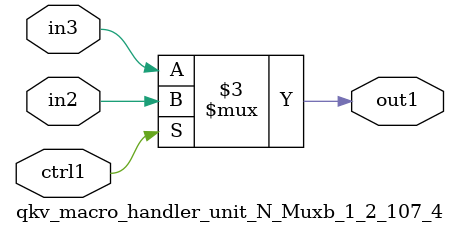
<source format=v>

`timescale 1ps / 1ps


module qkv_macro_handler_unit_N_Muxb_1_2_107_4( in3, in2, ctrl1, out1 );

    input in3;
    input in2;
    input ctrl1;
    output out1;
    reg out1;

    
    // rtl_process:qkv_macro_handler_unit_N_Muxb_1_2_107_4/qkv_macro_handler_unit_N_Muxb_1_2_107_4_thread_1
    always @*
      begin : qkv_macro_handler_unit_N_Muxb_1_2_107_4_thread_1
        case (ctrl1) 
          1'b1: 
            begin
              out1 = in2;
            end
          default: 
            begin
              out1 = in3;
            end
        endcase
      end

endmodule



</source>
